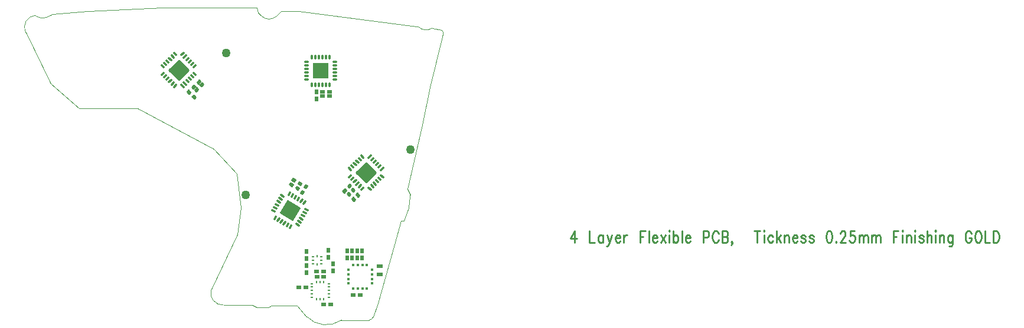
<source format=gbr>
*
*
G04 PADS 9.3 Build Number: 433611 generated Gerber (RS-274-X) file*
G04 PC Version=2.1*
*
%IN "MMSP_R.pcb"*%
*
%MOIN*%
*
%FSLAX35Y35*%
*
*
*
*
G04 PC Standard Apertures*
*
*
G04 Thermal Relief Aperture macro.*
%AMTER*
1,1,$1,0,0*
1,0,$1-$2,0,0*
21,0,$3,$4,0,0,45*
21,0,$3,$4,0,0,135*
%
*
*
G04 Annular Aperture macro.*
%AMANN*
1,1,$1,0,0*
1,0,$2,0,0*
%
*
*
G04 Odd Aperture macro.*
%AMODD*
1,1,$1,0,0*
1,0,$1-0.005,0,0*
%
*
*
G04 PC Custom Aperture Macros*
*
*
*
*
*
*
G04 PC Aperture Table*
*
%ADD010C,0.001*%
%ADD013C,0.01*%
%ADD017R,0.025X0.02*%
%ADD018R,0.02X0.025*%
%ADD019R,0.035X0.024*%
%ADD020C,0.05*%
%ADD021R,0.01378X0.00984*%
%ADD022R,0.00984X0.01378*%
%ADD023R,0.01575X0.01181*%
%ADD024R,0.01181X0.01575*%
%ADD025C,0.01181*%
%ADD026O,0.02756X0.01181*%
%ADD027O,0.01181X0.02756*%
%ADD028R,0.08661X0.08661*%
%ADD029R,0.01575X0.00984*%
%ADD030R,0.00984X0.01575*%
*
*
*
*
G04 PC Circuitry*
G04 Layer Name MMSP_R.pcb - circuitry*
%LPD*%
*
*
G04 PC Custom Flashes*
G04 Layer Name MMSP_R.pcb - flashes*
%LPD*%
*
*
G04 PC Circuitry*
G04 Layer Name MMSP_R.pcb - circuitry*
%LPD*%
*
G54D10*
G01X1084338Y879416D02*
G75*
G03X1091450Y870727I6795J-1694D01*
G01X1084337Y879411D02*
X1084469Y879661D01*
X1084449Y879640*
X1099338Y910590*
X1101338Y925590*
X1099000Y945000*
X1086000Y959000*
X1043000Y982000*
X1010098*
X994098Y996000*
X979772Y1024917*
X985282Y1034748D02*
G03X979774Y1024913I607J-6800D01*
G01X985288Y1034748D02*
X985335Y1034744D01*
X986024Y1034055*
X986021Y1034056D02*
G03X994094Y1034883I3373J6886D01*
G01X994091Y1034881D02*
X994565Y1035356D01*
X1015000Y1037000*
X1057000Y1039000*
X1110433*
G03X1113187Y1034052I5045J-433*
G01X1113191Y1034049D02*
G03X1121065I3937J4610D01*
G01X1121067Y1034051D02*
X1124016Y1037000D01*
X1134000*
X1200197Y1028298*
X1201353*
G03X1209173Y1027455I4431J4416*
G01X1209174D02*
X1209247Y1027530D01*
X1214758Y1026365*
X1215407Y1024033D02*
G03X1214757Y1026366I-2399J589D01*
G01X1215407Y1024032D02*
X1208068Y994095D01*
X1203663Y972687*
X1195353Y936537*
X1196877Y932972*
X1193429Y918301D02*
G03X1196877Y932946I-27976J14316D01*
G01X1193432Y918307D02*
X1191535D01*
X1188000Y905000*
X1178563Y871588*
X1175919Y863986*
X1173588Y862205D02*
G03X1175920Y863988I-330J2848D01*
G01X1173585Y862205D02*
X1158055D01*
X1138351Y864223D02*
G03X1158054Y862204I11040J10587D01*
G01X1138356Y864218D02*
X1132826Y870374D01*
X1118110*
X1116978Y869242*
X1110236*
X1107677Y870727*
X1091453*
G54D13*
X1131872Y941593D02*
X1130573Y942343D01*
X1130073Y941477*
X1131372Y940727*
X1131872Y941593*
X1131372Y940727D02*
X1131372D01*
X1130217Y941727D02*
X1131640D01*
X1131000Y940942D02*
Y942097D01*
X1135281Y939625D02*
X1133982Y940375D01*
X1133482Y939509*
X1134781Y938759*
X1135281Y939625*
X1134781Y938759D02*
X1134781D01*
X1133627Y939759D02*
X1135049D01*
X1134000Y939210D02*
Y940365D01*
X1135000Y939137D02*
Y939787D01*
X1159808Y936303D02*
X1158748Y935242D01*
X1159455Y934535*
X1160516Y935596*
X1159808Y936303*
X1159455Y934535D02*
X1159455D01*
X1159041Y935535D02*
X1160455D01*
X1159000Y934990D02*
Y935495D01*
X1160000Y935080D02*
Y936111D01*
X1162592Y939087D02*
X1161532Y938026D01*
X1162239Y937319*
X1163299Y938380*
X1162592Y939087*
X1162239Y937319D02*
X1162239D01*
X1161825Y938319D02*
X1163239D01*
X1162000Y937558D02*
Y938495D01*
X1163000Y938080D02*
Y938679D01*
X1166256Y933234D02*
X1167317Y932173D01*
X1168024Y932880*
X1166963Y933941*
X1166256Y933234*
X1167317Y932173D02*
X1167317D01*
X1166317Y933173D02*
X1167731D01*
X1167000Y932490D02*
Y933904D01*
X1168000Y932856D02*
Y932904D01*
X1163472Y936018D02*
X1164533Y934957D01*
X1165240Y935664*
X1164179Y936725*
X1163472Y936018*
X1164533Y934957D02*
X1164533D01*
X1163533Y935957D02*
X1164947D01*
X1164000Y935490D02*
Y936545D01*
X1165000Y935424D02*
Y935904D01*
X1073736Y988745D02*
X1074797Y987685D01*
X1075504Y988392*
X1074444Y989453*
X1073736Y988745*
X1074797Y987685D02*
X1074797D01*
X1073797Y988685D02*
X1075211D01*
X1074000Y988482D02*
Y989009D01*
X1075000Y987888D02*
Y988896D01*
X1070953Y991529D02*
X1072013Y990469D01*
X1072720Y991176*
X1071660Y992236*
X1070953Y991529*
X1072013Y990469D02*
X1072013D01*
X1071013Y991469D02*
X1072427D01*
X1071000Y991482D02*
Y991577D01*
X1072000Y990482D02*
Y991896D01*
X1077199Y996177D02*
X1078260Y997238D01*
X1077553Y997945*
X1076492Y996884*
X1077199Y996177*
X1077199*
X1076785Y997177D02*
X1078199D01*
X1077000Y996377D02*
Y997392D01*
X1078000Y996978D02*
Y997498D01*
X1074416Y993393D02*
X1075476Y994454D01*
X1074769Y995161*
X1073708Y994101*
X1074416Y993393*
X1074416*
X1074001Y994393D02*
X1075416D01*
X1074000Y993809D02*
Y994392D01*
X1075000Y993978D02*
Y994930D01*
X1137853Y937026D02*
X1138603Y938325D01*
X1137737Y938825*
X1136987Y937526*
X1137853Y937026*
X1137853*
X1137276Y938026D02*
X1138431D01*
X1137000Y937518D02*
Y937548D01*
X1138000Y937280D02*
Y938673D01*
X1135885Y933616D02*
X1136635Y934915D01*
X1135769Y935415*
X1135019Y934116*
X1135885Y933616*
X1135885*
X1135307Y934616D02*
X1136462D01*
X1136000Y933816D02*
Y935282D01*
X1130494Y939034D02*
X1129195Y939784D01*
X1128695Y938918*
X1129994Y938168*
X1130494Y939034*
X1129994Y938168D02*
X1129994D01*
X1128839Y939168D02*
X1130262D01*
X1129000Y938742D02*
Y939447D01*
X1130000Y938179D02*
Y939320D01*
X1133904Y937066D02*
X1132604Y937816D01*
X1132104Y936950*
X1133404Y936200*
X1133904Y937066*
X1133404Y936200D02*
X1133404D01*
X1132249Y937200D02*
X1133671D01*
X1133000Y936433D02*
Y937588D01*
X1163894Y930871D02*
X1164955Y929811D01*
X1165662Y930518*
X1164601Y931579*
X1163894Y930871*
X1164955Y929811D02*
X1164955D01*
X1163955Y930811D02*
X1165369D01*
X1164000Y930765D02*
Y930978D01*
X1165000Y929856D02*
Y931180D01*
X1161110Y933655D02*
X1162171Y932595D01*
X1162878Y933302*
X1161817Y934362*
X1161110Y933655*
X1162171Y932595D02*
X1162171D01*
X1161171Y933595D02*
X1162585D01*
X1162000Y932765D02*
Y934180D01*
X1078774Y994603D02*
X1079835Y995663D01*
X1079128Y996370*
X1078067Y995310*
X1078774Y994603*
X1078774*
X1078360Y995603D02*
X1079774D01*
X1079000Y994828D02*
Y996243D01*
X1075990Y991819D02*
X1077051Y992879D01*
X1076344Y993586*
X1075283Y992526*
X1075990Y991819*
X1075990*
X1075576Y992819D02*
X1076990D01*
X1076000Y991828D02*
Y993243D01*
X1077000Y992828D02*
Y992930D01*
X1123665Y922979D02*
X1130300Y919148D01*
X1134131Y925783*
X1127496Y929614*
X1123665Y922979*
X1130300Y919148D02*
X1130300D01*
X1128568Y920148D02*
X1130878D01*
X1126836Y921148D02*
X1131455D01*
X1125104Y922148D02*
X1132032D01*
X1123763Y923148D02*
X1132610D01*
X1124340Y924148D02*
X1133187D01*
X1124918Y925148D02*
X1133764D01*
X1125495Y926148D02*
X1133499D01*
X1126072Y927148D02*
X1131767D01*
X1126650Y928148D02*
X1130035D01*
X1127227Y929148D02*
X1128303D01*
X1124000Y922785D02*
Y923559D01*
X1125000Y922208D02*
Y925291D01*
X1126000Y921631D02*
Y927023D01*
X1127000Y921053D02*
Y928755D01*
X1128000Y920476D02*
Y929323D01*
X1129000Y919899D02*
Y928745D01*
X1130000Y919321D02*
Y928168D01*
X1131000Y920360D02*
Y927591D01*
X1132000Y922092D02*
Y927013D01*
X1133000Y923824D02*
Y926436D01*
X1134000Y925556D02*
Y925859D01*
X1177268Y945669D02*
X1171850Y951087D01*
X1166433Y945669*
X1171850Y940252*
X1177268Y945669*
X1171850Y940252D02*
X1171850D01*
X1170850Y941252D02*
X1172850D01*
X1169850Y942252D02*
X1173850D01*
X1168850Y943252D02*
X1174850D01*
X1167850Y944252D02*
X1175850D01*
X1166850Y945252D02*
X1176850D01*
X1167016Y946252D02*
X1176685D01*
X1168016Y947252D02*
X1175685D01*
X1169016Y948252D02*
X1174685D01*
X1170016Y949252D02*
X1173685D01*
X1171016Y950252D02*
X1172685D01*
X1167000Y945102D02*
Y946236D01*
X1168000Y944102D02*
Y947236D01*
X1169000Y943102D02*
Y948236D01*
X1170000Y942102D02*
Y949236D01*
X1171000Y941102D02*
Y950236D01*
X1172000Y940401D02*
Y950937D01*
X1173000Y941401D02*
Y949937D01*
X1174000Y942401D02*
Y948937D01*
X1175000Y943401D02*
Y947937D01*
X1176000Y944401D02*
Y946937D01*
X1177000Y945401D02*
Y945937D01*
X1066142Y1009158D02*
X1060724Y1003740D01*
X1066142Y998323*
X1071559Y1003740*
X1066142Y1009158*
Y998323D02*
X1066142D01*
X1065142Y999323D02*
X1067142D01*
X1064142Y1000323D02*
X1068142D01*
X1063142Y1001323D02*
X1069142D01*
X1062142Y1002323D02*
X1070142D01*
X1061142Y1003323D02*
X1071142D01*
X1061307Y1004323D02*
X1070977D01*
X1062307Y1005323D02*
X1069977D01*
X1063307Y1006323D02*
X1068977D01*
X1064307Y1007323D02*
X1067977D01*
X1065307Y1008323D02*
X1066977D01*
X1061000Y1003464D02*
Y1004016D01*
X1062000Y1002464D02*
Y1005016D01*
X1063000Y1001464D02*
Y1006016D01*
X1064000Y1000464D02*
Y1007016D01*
X1065000Y999464D02*
Y1008016D01*
X1066000Y998464D02*
Y1009016D01*
X1067000Y999181D02*
Y1008299D01*
X1068000Y1000181D02*
Y1007299D01*
X1069000Y1001181D02*
Y1006299D01*
X1070000Y1002181D02*
Y1005299D01*
X1071000Y1003181D02*
Y1004299D01*
X1289674Y912665D02*
X1287402Y908290D01*
X1290811*
X1289674Y912665D02*
Y906102D01*
X1298083Y912665D02*
Y906102D01*
X1300811*
X1305583Y910477D02*
Y906102D01*
Y909540D02*
X1305129Y910165D01*
X1304674Y910477*
X1303992*
X1303538Y910165*
X1303083Y909540*
X1302856Y908602*
Y907977*
X1303083Y907040*
X1303538Y906415*
X1303992Y906102*
X1304674*
X1305129Y906415*
X1305583Y907040*
X1307856Y910477D02*
X1309220Y906102D01*
X1310583Y910477D02*
X1309220Y906102D01*
X1308765Y904852*
X1308311Y904227*
X1307856Y903915*
X1307629*
X1312629Y908602D02*
X1315356D01*
Y909227*
X1315129Y909852*
X1314902Y910165*
X1314447Y910477*
X1313765*
X1313311Y910165*
X1312856Y909540*
X1312629Y908602*
Y907977*
X1312856Y907040*
X1313311Y906415*
X1313765Y906102*
X1314447*
X1314902Y906415*
X1315356Y907040*
X1317402Y910477D02*
Y906102D01*
Y908602D02*
X1317629Y909540D01*
X1318083Y910165*
X1318538Y910477*
X1319220*
X1326492Y912665D02*
Y906102D01*
Y912665D02*
X1329447D01*
X1326492Y909540D02*
X1328311D01*
X1331492Y912665D02*
Y906102D01*
X1333538Y908602D02*
X1336265D01*
Y909227*
X1336038Y909852*
X1335811Y910165*
X1335356Y910477*
X1334674*
X1334220Y910165*
X1333765Y909540*
X1333538Y908602*
Y907977*
X1333765Y907040*
X1334220Y906415*
X1334674Y906102*
X1335356*
X1335811Y906415*
X1336265Y907040*
X1338311Y910477D02*
X1340811Y906102D01*
Y910477D02*
X1338311Y906102D01*
X1342856Y912665D02*
X1343083Y912352D01*
X1343311Y912665*
X1343083Y912977*
X1342856Y912665*
X1343083Y910477D02*
Y906102D01*
X1345356Y912665D02*
Y906102D01*
Y909540D02*
X1345811Y910165D01*
X1346265Y910477*
X1346947*
X1347402Y910165*
X1347856Y909540*
X1348083Y908602*
Y907977*
X1347856Y907040*
X1347402Y906415*
X1346947Y906102*
X1346265*
X1345811Y906415*
X1345356Y907040*
X1350129Y912665D02*
Y906102D01*
X1352174Y908602D02*
X1354902D01*
Y909227*
X1354674Y909852*
X1354447Y910165*
X1353992Y910477*
X1353311*
X1352856Y910165*
X1352402Y909540*
X1352174Y908602*
Y907977*
X1352402Y907040*
X1352856Y906415*
X1353311Y906102*
X1353992*
X1354447Y906415*
X1354902Y907040*
X1362174Y912665D02*
Y906102D01*
Y912665D02*
X1364220D01*
X1364902Y912352*
X1365129Y912040*
X1365356Y911415*
Y910477*
X1365129Y909852*
X1364902Y909540*
X1364220Y909227*
X1362174*
X1370811Y911102D02*
X1370583Y911727D01*
X1370129Y912352*
X1369674Y912665*
X1368765*
X1368311Y912352*
X1367856Y911727*
X1367629Y911102*
X1367402Y910165*
Y908602*
X1367629Y907665*
X1367856Y907040*
X1368311Y906415*
X1368765Y906102*
X1369674*
X1370129Y906415*
X1370583Y907040*
X1370811Y907665*
X1372856Y912665D02*
Y906102D01*
Y912665D02*
X1374902D01*
X1375583Y912352*
X1375811Y912040*
X1376038Y911415*
Y910790*
X1375811Y910165*
X1375583Y909852*
X1374902Y909540*
X1372856D02*
X1374902D01*
X1375583Y909227*
X1375811Y908915*
X1376038Y908290*
Y907352*
X1375811Y906727*
X1375583Y906415*
X1374902Y906102*
X1372856*
X1378538Y906415D02*
X1378311Y906102D01*
X1378083Y906415*
X1378311Y906727*
X1378538Y906415*
Y905790*
X1378311Y905165*
X1378083Y904852*
X1392629Y912665D02*
Y906102D01*
X1391038Y912665D02*
X1394220D01*
X1396265D02*
X1396492Y912352D01*
X1396720Y912665*
X1396492Y912977*
X1396265Y912665*
X1396492Y910477D02*
Y906102D01*
X1401492Y909540D02*
X1401038Y910165D01*
X1400583Y910477*
X1399902*
X1399447Y910165*
X1398992Y909540*
X1398765Y908602*
Y907977*
X1398992Y907040*
X1399447Y906415*
X1399902Y906102*
X1400583*
X1401038Y906415*
X1401492Y907040*
X1403538Y912665D02*
Y906102D01*
X1405811Y910477D02*
X1403538Y907352D01*
X1404447Y908602D02*
X1406038Y906102D01*
X1408083Y910477D02*
Y906102D01*
Y909227D02*
X1408765Y910165D01*
X1409220Y910477*
X1409902*
X1410356Y910165*
X1410583Y909227*
Y906102*
X1412629Y908602D02*
X1415356D01*
Y909227*
X1415129Y909852*
X1414902Y910165*
X1414447Y910477*
X1413765*
X1413311Y910165*
X1412856Y909540*
X1412629Y908602*
Y907977*
X1412856Y907040*
X1413311Y906415*
X1413765Y906102*
X1414447*
X1414902Y906415*
X1415356Y907040*
X1419902Y909540D02*
X1419674Y910165D01*
X1418992Y910477*
X1418311*
X1417629Y910165*
X1417402Y909540*
X1417629Y908915*
X1418083Y908602*
X1419220Y908290*
X1419674Y907977*
X1419902Y907352*
Y907040*
X1419674Y906415*
X1418992Y906102*
X1418311*
X1417629Y906415*
X1417402Y907040*
X1424447Y909540D02*
X1424220Y910165D01*
X1423538Y910477*
X1422856*
X1422174Y910165*
X1421947Y909540*
X1422174Y908915*
X1422629Y908602*
X1423765Y908290*
X1424220Y907977*
X1424447Y907352*
Y907040*
X1424220Y906415*
X1423538Y906102*
X1422856*
X1422174Y906415*
X1421947Y907040*
X1433083Y912665D02*
X1432402Y912352D01*
X1431947Y911415*
X1431720Y909852*
Y908915*
X1431947Y907352*
X1432402Y906415*
X1433083Y906102*
X1433538*
X1434220Y906415*
X1434674Y907352*
X1434902Y908915*
Y909852*
X1434674Y911415*
X1434220Y912352*
X1433538Y912665*
X1433083*
X1437174Y906727D02*
X1436947Y906415D01*
X1437174Y906102*
X1437402Y906415*
X1437174Y906727*
X1439674Y911102D02*
Y911415D01*
X1439902Y912040*
X1440129Y912352*
X1440583Y912665*
X1441492*
X1441947Y912352*
X1442174Y912040*
X1442402Y911415*
Y910790*
X1442174Y910165*
X1441720Y909227*
X1439447Y906102*
X1442629*
X1447629Y912665D02*
X1445356D01*
X1445129Y909852*
X1445356Y910165*
X1446038Y910477*
X1446720*
X1447402Y910165*
X1447856Y909540*
X1448083Y908602*
X1447856Y907977*
X1447629Y907040*
X1447174Y906415*
X1446492Y906102*
X1445811*
X1445129Y906415*
X1444902Y906727*
X1444674Y907352*
X1450129Y910477D02*
Y906102D01*
Y909227D02*
X1450811Y910165D01*
X1451265Y910477*
X1451947*
X1452402Y910165*
X1452629Y909227*
Y906102*
Y909227D02*
X1453311Y910165D01*
X1453765Y910477*
X1454447*
X1454902Y910165*
X1455129Y909227*
Y906102*
X1457174Y910477D02*
Y906102D01*
Y909227D02*
X1457856Y910165D01*
X1458311Y910477*
X1458992*
X1459447Y910165*
X1459674Y909227*
Y906102*
Y909227D02*
X1460356Y910165D01*
X1460811Y910477*
X1461492*
X1461947Y910165*
X1462174Y909227*
Y906102*
X1469447Y912665D02*
Y906102D01*
Y912665D02*
X1472402D01*
X1469447Y909540D02*
X1471265D01*
X1474447Y912665D02*
X1474674Y912352D01*
X1474902Y912665*
X1474674Y912977*
X1474447Y912665*
X1474674Y910477D02*
Y906102D01*
X1476947Y910477D02*
Y906102D01*
Y909227D02*
X1477629Y910165D01*
X1478083Y910477*
X1478765*
X1479220Y910165*
X1479447Y909227*
Y906102*
X1481492Y912665D02*
X1481720Y912352D01*
X1481947Y912665*
X1481720Y912977*
X1481492Y912665*
X1481720Y910477D02*
Y906102D01*
X1486492Y909540D02*
X1486265Y910165D01*
X1485583Y910477*
X1484902*
X1484220Y910165*
X1483992Y909540*
X1484220Y908915*
X1484674Y908602*
X1485811Y908290*
X1486265Y907977*
X1486492Y907352*
Y907040*
X1486265Y906415*
X1485583Y906102*
X1484902*
X1484220Y906415*
X1483992Y907040*
X1488538Y912665D02*
Y906102D01*
Y909227D02*
X1489220Y910165D01*
X1489674Y910477*
X1490356*
X1490811Y910165*
X1491038Y909227*
Y906102*
X1493083Y912665D02*
X1493311Y912352D01*
X1493538Y912665*
X1493311Y912977*
X1493083Y912665*
X1493311Y910477D02*
Y906102D01*
X1495583Y910477D02*
Y906102D01*
Y909227D02*
X1496265Y910165D01*
X1496720Y910477*
X1497402*
X1497856Y910165*
X1498083Y909227*
Y906102*
X1502856Y910477D02*
Y905477D01*
X1502629Y904540*
X1502402Y904227*
X1501947Y903915*
X1501265*
X1500811Y904227*
X1502856Y909540D02*
X1502402Y910165D01*
X1501947Y910477*
X1501265*
X1500811Y910165*
X1500356Y909540*
X1500129Y908602*
Y907977*
X1500356Y907040*
X1500811Y906415*
X1501265Y906102*
X1501947*
X1502402Y906415*
X1502856Y907040*
X1513538Y911102D02*
X1513311Y911727D01*
X1512856Y912352*
X1512402Y912665*
X1511492*
X1511038Y912352*
X1510583Y911727*
X1510356Y911102*
X1510129Y910165*
Y908602*
X1510356Y907665*
X1510583Y907040*
X1511038Y906415*
X1511492Y906102*
X1512402*
X1512856Y906415*
X1513311Y907040*
X1513538Y907665*
Y908602*
X1512402D02*
X1513538D01*
X1516947Y912665D02*
X1516492Y912352D01*
X1516038Y911727*
X1515811Y911102*
X1515583Y910165*
Y908602*
X1515811Y907665*
X1516038Y907040*
X1516492Y906415*
X1516947Y906102*
X1517856*
X1518311Y906415*
X1518765Y907040*
X1518992Y907665*
X1519220Y908602*
Y910165*
X1518992Y911102*
X1518765Y911727*
X1518311Y912352*
X1517856Y912665*
X1516947*
X1521265D02*
Y906102D01*
X1523992*
X1526038Y912665D02*
Y906102D01*
Y912665D02*
X1527629D01*
X1528311Y912352*
X1528765Y911727*
X1528992Y911102*
X1529220Y910165*
Y908602*
X1528992Y907665*
X1528765Y907040*
X1528311Y906415*
X1527629Y906102*
X1526038*
G54D17*
X1144135Y886576D03*
X1148072D03*
X1164764Y876378D03*
X1168701D03*
X1151181Y991535D03*
X1147244D03*
X1151181Y989173D03*
X1147244D03*
X1148072Y871025D03*
X1152009D03*
X1148031Y889567D03*
X1144094D03*
X1134075Y880867D03*
X1138012D03*
G54D18*
X1163976Y897441D03*
Y901378D03*
X1166929Y897441D03*
Y901378D03*
X1143898Y987402D03*
Y991339D03*
X1161220Y897441D03*
Y901378D03*
X1153412Y890203D03*
Y894140D03*
X1150640Y901660D03*
Y897723D03*
X1169685Y897441D03*
Y901378D03*
X1138290Y893064D03*
Y889127D03*
X1138363Y897028D03*
Y900965D03*
G54D19*
X1179724Y892754D03*
Y887954D03*
G54D20*
X1104012Y933001D03*
X1196850Y958661D03*
X1092822Y1013458D03*
G54D21*
X1141240Y882874D03*
Y880906D03*
Y878937D03*
Y876969D03*
Y875000D03*
X1150886D03*
Y876969D03*
Y878937D03*
Y880906D03*
Y882874D03*
G54D22*
X1144094Y874114D03*
X1146063D03*
X1148031D03*
Y883760D03*
X1146063D03*
X1144094D03*
G54D23*
X1161843Y890579D03*
Y888020D03*
Y885461D03*
Y882902D03*
X1175228D03*
Y885461D03*
Y888020D03*
Y890579D03*
G54D24*
X1164697Y880047D03*
X1167256D03*
X1169815D03*
X1172374D03*
Y893433D03*
X1169815D03*
X1167256D03*
X1164697D03*
G54D25*
X1133938Y915788D02*
X1132575Y916576D01*
X1134923Y917493D02*
X1133559Y918280D01*
X1135907Y919198D02*
X1134543Y919985D01*
X1136891Y920903D02*
X1135527Y921690D01*
X1137875Y922607D02*
X1136512Y923395D01*
X1138860Y924312D02*
X1137496Y925099D01*
X1137491Y929421D02*
X1136703Y928057D01*
X1135786Y930405D02*
X1134999Y929042D01*
X1134081Y931390D02*
X1133294Y930026D01*
X1132376Y932374D02*
X1131589Y931010D01*
X1130672Y933358D02*
X1129884Y931994D01*
X1128967Y934343D02*
X1128179Y932979D01*
X1125222Y932186D02*
X1123858Y932974D01*
X1124237Y930481D02*
X1122873Y931269D01*
X1123253Y928777D02*
X1121889Y929564D01*
X1122269Y927072D02*
X1120905Y927859D01*
X1121285Y925367D02*
X1119921Y926154D01*
X1120300Y923662D02*
X1118936Y924450D01*
X1121093Y920704D02*
X1120305Y919340D01*
X1122798Y919720D02*
X1122010Y918356D01*
X1124502Y918736D02*
X1123715Y917372D01*
X1126207Y917752D02*
X1125420Y916388D01*
X1127912Y916767D02*
X1127125Y915403D01*
X1129617Y915783D02*
X1128829Y914419D01*
X1169206Y955274D02*
X1170319Y954160D01*
X1167814Y953882D02*
X1168927Y952768D01*
X1166422Y952490D02*
X1167535Y951376D01*
X1165030Y951098D02*
X1166143Y949984D01*
X1163638Y949706D02*
X1164751Y948592D01*
X1162246Y948314D02*
X1163360Y947200D01*
X1162246Y943025D02*
X1163360Y944138D01*
X1163638Y941633D02*
X1164751Y942746D01*
X1165030Y940241D02*
X1166143Y941354D01*
X1166422Y938849D02*
X1167535Y939962D01*
X1167814Y937457D02*
X1168927Y938570D01*
X1169206Y936065D02*
X1170319Y937178D01*
X1173382D02*
X1174495Y936065D01*
X1174773Y938570D02*
X1175887Y937457D01*
X1176165Y939962D02*
X1177279Y938849D01*
X1177557Y941354D02*
X1178671Y940241D01*
X1178949Y942746D02*
X1180063Y941633D01*
X1180341Y944138D02*
X1181455Y943025D01*
X1180341Y947200D02*
X1181455Y948314D01*
X1178949Y948592D02*
X1180063Y949706D01*
X1177557Y949984D02*
X1178671Y951098D01*
X1176165Y951376D02*
X1177279Y952490D01*
X1174773Y952768D02*
X1175887Y953882D01*
X1173382Y954160D02*
X1174495Y955274D01*
X1056537Y1001095D02*
X1057651Y1002209D01*
X1057929Y999704D02*
X1059043Y1000817D01*
X1059321Y998312D02*
X1060435Y999425D01*
X1060713Y996920D02*
X1061827Y998033D01*
X1062105Y995528D02*
X1063219Y996641D01*
X1063497Y994136D02*
X1064611Y995249D01*
X1068786Y994136D02*
X1067673Y995249D01*
X1070178Y995528D02*
X1069065Y996641D01*
X1071570Y996920D02*
X1070457Y998033D01*
X1072962Y998312D02*
X1071849Y999425D01*
X1074354Y999704D02*
X1073241Y1000817D01*
X1075746Y1001095D02*
X1074633Y1002209D01*
Y1005271D02*
X1075746Y1006385D01*
X1073241Y1006663D02*
X1074354Y1007777D01*
X1071849Y1008055D02*
X1072962Y1009169D01*
X1070457Y1009447D02*
X1071570Y1010561D01*
X1069065Y1010839D02*
X1070178Y1011953D01*
X1067673Y1012231D02*
X1068786Y1013345D01*
X1064611Y1012231D02*
X1063497Y1013345D01*
X1063219Y1010839D02*
X1062105Y1011953D01*
X1061827Y1009447D02*
X1060713Y1010561D01*
X1060435Y1008055D02*
X1059321Y1009169D01*
X1059043Y1006663D02*
X1057929Y1007777D01*
X1057651Y1005271D02*
X1056537Y1006385D01*
G54D26*
X1138386Y1008268D03*
Y1006299D03*
Y1004331D03*
Y1002362D03*
Y1000394D03*
Y998425D03*
X1154134D03*
Y1000394D03*
Y1002362D03*
Y1004331D03*
Y1006299D03*
Y1008268D03*
G54D27*
X1141339Y995472D03*
X1143307D03*
X1145276D03*
X1147244D03*
X1149213D03*
X1151181D03*
Y1011220D03*
X1149213D03*
X1147244D03*
X1145276D03*
X1143307D03*
X1141339D03*
G54D28*
X1146260Y1003346D03*
G54D29*
X1141791Y894178D03*
Y896147D03*
Y898115D03*
X1146594D03*
Y896147D03*
Y894178D03*
G54D30*
X1144192Y898411D03*
Y893883D03*
G74*
X0Y0D02*
M02*

</source>
